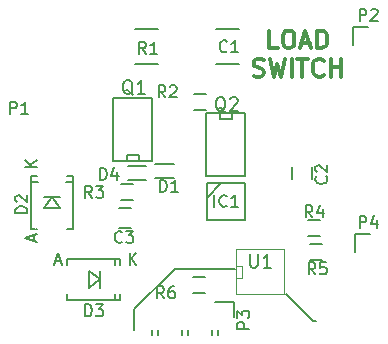
<source format=gto>
G04 #@! TF.FileFunction,Legend,Top*
%FSLAX46Y46*%
G04 Gerber Fmt 4.6, Leading zero omitted, Abs format (unit mm)*
G04 Created by KiCad (PCBNEW 0.201511171411+6319~30~ubuntu15.10.1-product) date Fr 04 Dez 2015 11:52:51 CET*
%MOMM*%
G01*
G04 APERTURE LIST*
%ADD10C,0.100000*%
%ADD11C,0.200000*%
%ADD12C,0.300000*%
%ADD13C,0.150000*%
%ADD14C,0.203200*%
%ADD15C,0.127000*%
%ADD16C,0.099060*%
%ADD17C,0.152400*%
G04 APERTURE END LIST*
D10*
D11*
X177292000Y-86106000D02*
X177546000Y-86106000D01*
X175006000Y-83820000D02*
X177292000Y-86106000D01*
X165608000Y-81661000D02*
X170688000Y-81661000D01*
X162179000Y-85090000D02*
X165608000Y-81661000D01*
X162179000Y-86868000D02*
X162179000Y-85090000D01*
D12*
X174307715Y-62978571D02*
X173593429Y-62978571D01*
X173593429Y-61478571D01*
X175093429Y-61478571D02*
X175379143Y-61478571D01*
X175522001Y-61550000D01*
X175664858Y-61692857D01*
X175736286Y-61978571D01*
X175736286Y-62478571D01*
X175664858Y-62764286D01*
X175522001Y-62907143D01*
X175379143Y-62978571D01*
X175093429Y-62978571D01*
X174950572Y-62907143D01*
X174807715Y-62764286D01*
X174736286Y-62478571D01*
X174736286Y-61978571D01*
X174807715Y-61692857D01*
X174950572Y-61550000D01*
X175093429Y-61478571D01*
X176307715Y-62550000D02*
X177022001Y-62550000D01*
X176164858Y-62978571D02*
X176664858Y-61478571D01*
X177164858Y-62978571D01*
X177664858Y-62978571D02*
X177664858Y-61478571D01*
X178022001Y-61478571D01*
X178236286Y-61550000D01*
X178379144Y-61692857D01*
X178450572Y-61835714D01*
X178522001Y-62121429D01*
X178522001Y-62335714D01*
X178450572Y-62621429D01*
X178379144Y-62764286D01*
X178236286Y-62907143D01*
X178022001Y-62978571D01*
X177664858Y-62978571D01*
X172272000Y-65307143D02*
X172486286Y-65378571D01*
X172843429Y-65378571D01*
X172986286Y-65307143D01*
X173057715Y-65235714D01*
X173129143Y-65092857D01*
X173129143Y-64950000D01*
X173057715Y-64807143D01*
X172986286Y-64735714D01*
X172843429Y-64664286D01*
X172557715Y-64592857D01*
X172414857Y-64521429D01*
X172343429Y-64450000D01*
X172272000Y-64307143D01*
X172272000Y-64164286D01*
X172343429Y-64021429D01*
X172414857Y-63950000D01*
X172557715Y-63878571D01*
X172914857Y-63878571D01*
X173129143Y-63950000D01*
X173629143Y-63878571D02*
X173986286Y-65378571D01*
X174272000Y-64307143D01*
X174557714Y-65378571D01*
X174914857Y-63878571D01*
X175486286Y-65378571D02*
X175486286Y-63878571D01*
X175986286Y-63878571D02*
X176843429Y-63878571D01*
X176414858Y-65378571D02*
X176414858Y-63878571D01*
X178200572Y-65235714D02*
X178129143Y-65307143D01*
X177914857Y-65378571D01*
X177772000Y-65378571D01*
X177557715Y-65307143D01*
X177414857Y-65164286D01*
X177343429Y-65021429D01*
X177272000Y-64735714D01*
X177272000Y-64521429D01*
X177343429Y-64235714D01*
X177414857Y-64092857D01*
X177557715Y-63950000D01*
X177772000Y-63878571D01*
X177914857Y-63878571D01*
X178129143Y-63950000D01*
X178200572Y-64021429D01*
X178843429Y-65378571D02*
X178843429Y-63878571D01*
X178843429Y-64592857D02*
X179700572Y-64592857D01*
X179700572Y-65378571D02*
X179700572Y-63878571D01*
D13*
X170587000Y-84425000D02*
X169037000Y-84425000D01*
X170587000Y-85725000D02*
X170587000Y-84425000D01*
X169291000Y-87249000D02*
X169291000Y-86868000D01*
X168783000Y-87249000D02*
X168783000Y-86868000D01*
X166751000Y-87249000D02*
X166751000Y-86868000D01*
X166243000Y-87249000D02*
X166243000Y-86868000D01*
X164211000Y-87249000D02*
X164211000Y-86868000D01*
X163703000Y-87249000D02*
X163703000Y-86868000D01*
X180691000Y-61188000D02*
X180691000Y-62738000D01*
X181991000Y-61188000D02*
X180691000Y-61188000D01*
X180818000Y-78714000D02*
X180818000Y-80264000D01*
X182118000Y-78714000D02*
X180818000Y-78714000D01*
X159249580Y-82550000D02*
X158299620Y-83251040D01*
X158299620Y-83251040D02*
X158299620Y-81848960D01*
X158299620Y-81848960D02*
X159249580Y-82550000D01*
X159249580Y-83251040D02*
X159249580Y-81848960D01*
X161000440Y-81150460D02*
X161000440Y-81300320D01*
X161000440Y-83949540D02*
X161000440Y-83799680D01*
X160549140Y-81150460D02*
X160549140Y-81351120D01*
X156499560Y-81201260D02*
X156499560Y-81300320D01*
X160549140Y-83898740D02*
X160549140Y-83748880D01*
X156499560Y-83949540D02*
X156499560Y-83799680D01*
X160549140Y-80799940D02*
X160549140Y-81150460D01*
X160549140Y-84300060D02*
X160549140Y-83949540D01*
X156499560Y-80799940D02*
X156499560Y-81150460D01*
X161000440Y-80799940D02*
X161000440Y-81150460D01*
X161000440Y-84300060D02*
X161000440Y-83949540D01*
X156499560Y-84300060D02*
X156499560Y-83949540D01*
X161000440Y-80799940D02*
X156499560Y-80799940D01*
X161000440Y-84300060D02*
X156499560Y-84300060D01*
X155194000Y-75573420D02*
X155895040Y-76523380D01*
X155895040Y-76523380D02*
X154492960Y-76523380D01*
X154492960Y-76523380D02*
X155194000Y-75573420D01*
X155895040Y-75573420D02*
X154492960Y-75573420D01*
X153794460Y-73822560D02*
X153944320Y-73822560D01*
X156593540Y-73822560D02*
X156443680Y-73822560D01*
X153794460Y-74273860D02*
X153995120Y-74273860D01*
X153845260Y-78323440D02*
X153944320Y-78323440D01*
X156542740Y-74273860D02*
X156392880Y-74273860D01*
X156593540Y-78323440D02*
X156443680Y-78323440D01*
X153443940Y-74273860D02*
X153794460Y-74273860D01*
X156944060Y-74273860D02*
X156593540Y-74273860D01*
X153443940Y-78323440D02*
X153794460Y-78323440D01*
X153443940Y-73822560D02*
X153794460Y-73822560D01*
X156944060Y-73822560D02*
X156593540Y-73822560D01*
X156944060Y-78323440D02*
X156593540Y-78323440D01*
X153443940Y-73822560D02*
X153443940Y-78323440D01*
X156944060Y-73822560D02*
X156944060Y-78323440D01*
X169053000Y-64340000D02*
X171053000Y-64340000D01*
X171053000Y-61390000D02*
X169053000Y-61390000D01*
X177253000Y-74033000D02*
X177253000Y-73033000D01*
X175553000Y-73033000D02*
X175553000Y-74033000D01*
X161917000Y-76493000D02*
X160917000Y-76493000D01*
X160917000Y-78193000D02*
X161917000Y-78193000D01*
X165500000Y-72806000D02*
X163950000Y-72806000D01*
X165500000Y-74006000D02*
X163950000Y-74006000D01*
X161652000Y-74133000D02*
X163202000Y-74133000D01*
X161652000Y-72933000D02*
X163202000Y-72933000D01*
D14*
X168338500Y-75628500D02*
X169545000Y-74358500D01*
X168338500Y-74358500D02*
X168338500Y-77533500D01*
X168338500Y-77533500D02*
X171513500Y-77533500D01*
X171513500Y-77533500D02*
X171513500Y-74358500D01*
X171513500Y-74358500D02*
X168338500Y-74358500D01*
D13*
X162195000Y-61390000D02*
X164195000Y-61390000D01*
X164195000Y-64340000D02*
X162195000Y-64340000D01*
D15*
X163703000Y-67149980D02*
X163703000Y-72499220D01*
X160401000Y-72499220D02*
X160401000Y-67149980D01*
X160401000Y-67149980D02*
X163703000Y-67149980D01*
X160401000Y-72499220D02*
X163703000Y-72499220D01*
X161544000Y-72517000D02*
X161544000Y-72009000D01*
X161544000Y-72009000D02*
X162560000Y-72009000D01*
X162560000Y-72009000D02*
X162560000Y-72517000D01*
X168275000Y-73820020D02*
X168275000Y-68470780D01*
X171577000Y-68470780D02*
X171577000Y-73820020D01*
X171577000Y-73820020D02*
X168275000Y-73820020D01*
X171577000Y-68470780D02*
X168275000Y-68470780D01*
X170434000Y-68453000D02*
X170434000Y-68961000D01*
X170434000Y-68961000D02*
X169418000Y-68961000D01*
X169418000Y-68961000D02*
X169418000Y-68453000D01*
D13*
X168267000Y-68239000D02*
X167267000Y-68239000D01*
X167267000Y-66889000D02*
X168267000Y-66889000D01*
X162044000Y-75859000D02*
X161044000Y-75859000D01*
X161044000Y-74509000D02*
X162044000Y-74509000D01*
X176919000Y-77557000D02*
X177919000Y-77557000D01*
X177919000Y-78907000D02*
X176919000Y-78907000D01*
X178046000Y-80939000D02*
X177046000Y-80939000D01*
X177046000Y-79589000D02*
X178046000Y-79589000D01*
X168140000Y-83733000D02*
X167140000Y-83733000D01*
X167140000Y-82383000D02*
X168140000Y-82383000D01*
D16*
X170815000Y-83820000D02*
X174879000Y-83820000D01*
X170815000Y-80010000D02*
X174879000Y-80010000D01*
X174879000Y-80010000D02*
X174879000Y-83820000D01*
X170815000Y-83693000D02*
X170815000Y-83820000D01*
X170815000Y-80010000D02*
X170815000Y-83693000D01*
X170815000Y-81407000D02*
X171323000Y-81407000D01*
X171323000Y-81407000D02*
X171323000Y-82423000D01*
X171323000Y-82423000D02*
X170815000Y-82423000D01*
D13*
X171902381Y-86717095D02*
X170902381Y-86717095D01*
X170902381Y-86336142D01*
X170950000Y-86240904D01*
X170997619Y-86193285D01*
X171092857Y-86145666D01*
X171235714Y-86145666D01*
X171330952Y-86193285D01*
X171378571Y-86240904D01*
X171426190Y-86336142D01*
X171426190Y-86717095D01*
X170902381Y-85812333D02*
X170902381Y-85193285D01*
X171283333Y-85526619D01*
X171283333Y-85383761D01*
X171330952Y-85288523D01*
X171378571Y-85240904D01*
X171473810Y-85193285D01*
X171711905Y-85193285D01*
X171807143Y-85240904D01*
X171854762Y-85288523D01*
X171902381Y-85383761D01*
X171902381Y-85669476D01*
X171854762Y-85764714D01*
X171807143Y-85812333D01*
X181252905Y-60650381D02*
X181252905Y-59650381D01*
X181633858Y-59650381D01*
X181729096Y-59698000D01*
X181776715Y-59745619D01*
X181824334Y-59840857D01*
X181824334Y-59983714D01*
X181776715Y-60078952D01*
X181729096Y-60126571D01*
X181633858Y-60174190D01*
X181252905Y-60174190D01*
X182205286Y-59745619D02*
X182252905Y-59698000D01*
X182348143Y-59650381D01*
X182586239Y-59650381D01*
X182681477Y-59698000D01*
X182729096Y-59745619D01*
X182776715Y-59840857D01*
X182776715Y-59936095D01*
X182729096Y-60078952D01*
X182157667Y-60650381D01*
X182776715Y-60650381D01*
X151661905Y-68524381D02*
X151661905Y-67524381D01*
X152042858Y-67524381D01*
X152138096Y-67572000D01*
X152185715Y-67619619D01*
X152233334Y-67714857D01*
X152233334Y-67857714D01*
X152185715Y-67952952D01*
X152138096Y-68000571D01*
X152042858Y-68048190D01*
X151661905Y-68048190D01*
X153185715Y-68524381D02*
X152614286Y-68524381D01*
X152900000Y-68524381D02*
X152900000Y-67524381D01*
X152804762Y-67667238D01*
X152709524Y-67762476D01*
X152614286Y-67810095D01*
X181252905Y-78176381D02*
X181252905Y-77176381D01*
X181633858Y-77176381D01*
X181729096Y-77224000D01*
X181776715Y-77271619D01*
X181824334Y-77366857D01*
X181824334Y-77509714D01*
X181776715Y-77604952D01*
X181729096Y-77652571D01*
X181633858Y-77700190D01*
X181252905Y-77700190D01*
X182681477Y-77509714D02*
X182681477Y-78176381D01*
X182443381Y-77128762D02*
X182205286Y-77843048D01*
X182824334Y-77843048D01*
X158011905Y-85669381D02*
X158011905Y-84669381D01*
X158250000Y-84669381D01*
X158392858Y-84717000D01*
X158488096Y-84812238D01*
X158535715Y-84907476D01*
X158583334Y-85097952D01*
X158583334Y-85240810D01*
X158535715Y-85431286D01*
X158488096Y-85526524D01*
X158392858Y-85621762D01*
X158250000Y-85669381D01*
X158011905Y-85669381D01*
X158916667Y-84669381D02*
X159535715Y-84669381D01*
X159202381Y-85050333D01*
X159345239Y-85050333D01*
X159440477Y-85097952D01*
X159488096Y-85145571D01*
X159535715Y-85240810D01*
X159535715Y-85478905D01*
X159488096Y-85574143D01*
X159440477Y-85621762D01*
X159345239Y-85669381D01*
X159059524Y-85669381D01*
X158964286Y-85621762D01*
X158916667Y-85574143D01*
X161788095Y-81302381D02*
X161788095Y-80302381D01*
X162359524Y-81302381D02*
X161930952Y-80730952D01*
X162359524Y-80302381D02*
X161788095Y-80873810D01*
X155512165Y-81017407D02*
X155988356Y-81017407D01*
X155416927Y-81303121D02*
X155750260Y-80303121D01*
X156083594Y-81303121D01*
X153106381Y-76938095D02*
X152106381Y-76938095D01*
X152106381Y-76700000D01*
X152154000Y-76557142D01*
X152249238Y-76461904D01*
X152344476Y-76414285D01*
X152534952Y-76366666D01*
X152677810Y-76366666D01*
X152868286Y-76414285D01*
X152963524Y-76461904D01*
X153058762Y-76557142D01*
X153106381Y-76700000D01*
X153106381Y-76938095D01*
X152201619Y-75985714D02*
X152154000Y-75938095D01*
X152106381Y-75842857D01*
X152106381Y-75604761D01*
X152154000Y-75509523D01*
X152201619Y-75461904D01*
X152296857Y-75414285D01*
X152392095Y-75414285D01*
X152534952Y-75461904D01*
X153106381Y-76033333D01*
X153106381Y-75414285D01*
X153946381Y-73034905D02*
X152946381Y-73034905D01*
X153946381Y-72463476D02*
X153374952Y-72892048D01*
X152946381Y-72463476D02*
X153517810Y-73034905D01*
X153661407Y-79310835D02*
X153661407Y-78834644D01*
X153947121Y-79406073D02*
X152947121Y-79072740D01*
X153947121Y-78739406D01*
X170013334Y-63222143D02*
X169965715Y-63269762D01*
X169822858Y-63317381D01*
X169727620Y-63317381D01*
X169584762Y-63269762D01*
X169489524Y-63174524D01*
X169441905Y-63079286D01*
X169394286Y-62888810D01*
X169394286Y-62745952D01*
X169441905Y-62555476D01*
X169489524Y-62460238D01*
X169584762Y-62365000D01*
X169727620Y-62317381D01*
X169822858Y-62317381D01*
X169965715Y-62365000D01*
X170013334Y-62412619D01*
X170965715Y-63317381D02*
X170394286Y-63317381D01*
X170680000Y-63317381D02*
X170680000Y-62317381D01*
X170584762Y-62460238D01*
X170489524Y-62555476D01*
X170394286Y-62603095D01*
X178411143Y-73826666D02*
X178458762Y-73874285D01*
X178506381Y-74017142D01*
X178506381Y-74112380D01*
X178458762Y-74255238D01*
X178363524Y-74350476D01*
X178268286Y-74398095D01*
X178077810Y-74445714D01*
X177934952Y-74445714D01*
X177744476Y-74398095D01*
X177649238Y-74350476D01*
X177554000Y-74255238D01*
X177506381Y-74112380D01*
X177506381Y-74017142D01*
X177554000Y-73874285D01*
X177601619Y-73826666D01*
X177601619Y-73445714D02*
X177554000Y-73398095D01*
X177506381Y-73302857D01*
X177506381Y-73064761D01*
X177554000Y-72969523D01*
X177601619Y-72921904D01*
X177696857Y-72874285D01*
X177792095Y-72874285D01*
X177934952Y-72921904D01*
X178506381Y-73493333D01*
X178506381Y-72874285D01*
X161123334Y-79351143D02*
X161075715Y-79398762D01*
X160932858Y-79446381D01*
X160837620Y-79446381D01*
X160694762Y-79398762D01*
X160599524Y-79303524D01*
X160551905Y-79208286D01*
X160504286Y-79017810D01*
X160504286Y-78874952D01*
X160551905Y-78684476D01*
X160599524Y-78589238D01*
X160694762Y-78494000D01*
X160837620Y-78446381D01*
X160932858Y-78446381D01*
X161075715Y-78494000D01*
X161123334Y-78541619D01*
X161456667Y-78446381D02*
X162075715Y-78446381D01*
X161742381Y-78827333D01*
X161885239Y-78827333D01*
X161980477Y-78874952D01*
X162028096Y-78922571D01*
X162075715Y-79017810D01*
X162075715Y-79255905D01*
X162028096Y-79351143D01*
X161980477Y-79398762D01*
X161885239Y-79446381D01*
X161599524Y-79446381D01*
X161504286Y-79398762D01*
X161456667Y-79351143D01*
X164361905Y-75128381D02*
X164361905Y-74128381D01*
X164600000Y-74128381D01*
X164742858Y-74176000D01*
X164838096Y-74271238D01*
X164885715Y-74366476D01*
X164933334Y-74556952D01*
X164933334Y-74699810D01*
X164885715Y-74890286D01*
X164838096Y-74985524D01*
X164742858Y-75080762D01*
X164600000Y-75128381D01*
X164361905Y-75128381D01*
X165885715Y-75128381D02*
X165314286Y-75128381D01*
X165600000Y-75128381D02*
X165600000Y-74128381D01*
X165504762Y-74271238D01*
X165409524Y-74366476D01*
X165314286Y-74414095D01*
X159281905Y-74112381D02*
X159281905Y-73112381D01*
X159520000Y-73112381D01*
X159662858Y-73160000D01*
X159758096Y-73255238D01*
X159805715Y-73350476D01*
X159853334Y-73540952D01*
X159853334Y-73683810D01*
X159805715Y-73874286D01*
X159758096Y-73969524D01*
X159662858Y-74064762D01*
X159520000Y-74112381D01*
X159281905Y-74112381D01*
X160710477Y-73445714D02*
X160710477Y-74112381D01*
X160472381Y-73064762D02*
X160234286Y-73779048D01*
X160853334Y-73779048D01*
D17*
X168949068Y-76398725D02*
X168949068Y-75397965D01*
X169997483Y-76303414D02*
X169949828Y-76351070D01*
X169806862Y-76398725D01*
X169711552Y-76398725D01*
X169568586Y-76351070D01*
X169473275Y-76255759D01*
X169425620Y-76160449D01*
X169377965Y-75969828D01*
X169377965Y-75826862D01*
X169425620Y-75636241D01*
X169473275Y-75540930D01*
X169568586Y-75445620D01*
X169711552Y-75397965D01*
X169806862Y-75397965D01*
X169949828Y-75445620D01*
X169997483Y-75493275D01*
X170950588Y-76398725D02*
X170378725Y-76398725D01*
X170664656Y-76398725D02*
X170664656Y-75397965D01*
X170569346Y-75540930D01*
X170474035Y-75636241D01*
X170378725Y-75683896D01*
D13*
X163155334Y-63444381D02*
X162822000Y-62968190D01*
X162583905Y-63444381D02*
X162583905Y-62444381D01*
X162964858Y-62444381D01*
X163060096Y-62492000D01*
X163107715Y-62539619D01*
X163155334Y-62634857D01*
X163155334Y-62777714D01*
X163107715Y-62872952D01*
X163060096Y-62920571D01*
X162964858Y-62968190D01*
X162583905Y-62968190D01*
X164107715Y-63444381D02*
X163536286Y-63444381D01*
X163822000Y-63444381D02*
X163822000Y-62444381D01*
X163726762Y-62587238D01*
X163631524Y-62682476D01*
X163536286Y-62730095D01*
D17*
X162070143Y-66919929D02*
X161961286Y-66865500D01*
X161852429Y-66756643D01*
X161689143Y-66593357D01*
X161580286Y-66538929D01*
X161471429Y-66538929D01*
X161525857Y-66811071D02*
X161417000Y-66756643D01*
X161308143Y-66647786D01*
X161253714Y-66430071D01*
X161253714Y-66049071D01*
X161308143Y-65831357D01*
X161417000Y-65722500D01*
X161525857Y-65668071D01*
X161743571Y-65668071D01*
X161852429Y-65722500D01*
X161961286Y-65831357D01*
X162015714Y-66049071D01*
X162015714Y-66430071D01*
X161961286Y-66647786D01*
X161852429Y-66756643D01*
X161743571Y-66811071D01*
X161525857Y-66811071D01*
X163104286Y-66811071D02*
X162451143Y-66811071D01*
X162777715Y-66811071D02*
X162777715Y-65668071D01*
X162668858Y-65831357D01*
X162560000Y-65940214D01*
X162451143Y-65994643D01*
X169916203Y-68395669D02*
X169807346Y-68341240D01*
X169698489Y-68232383D01*
X169535203Y-68069097D01*
X169426346Y-68014669D01*
X169317489Y-68014669D01*
X169371917Y-68286811D02*
X169263060Y-68232383D01*
X169154203Y-68123526D01*
X169099774Y-67905811D01*
X169099774Y-67524811D01*
X169154203Y-67307097D01*
X169263060Y-67198240D01*
X169371917Y-67143811D01*
X169589631Y-67143811D01*
X169698489Y-67198240D01*
X169807346Y-67307097D01*
X169861774Y-67524811D01*
X169861774Y-67905811D01*
X169807346Y-68123526D01*
X169698489Y-68232383D01*
X169589631Y-68286811D01*
X169371917Y-68286811D01*
X170297203Y-67252669D02*
X170351632Y-67198240D01*
X170460489Y-67143811D01*
X170732632Y-67143811D01*
X170841489Y-67198240D01*
X170895918Y-67252669D01*
X170950346Y-67361526D01*
X170950346Y-67470383D01*
X170895918Y-67633669D01*
X170242775Y-68286811D01*
X170950346Y-68286811D01*
D13*
X164806334Y-67127381D02*
X164473000Y-66651190D01*
X164234905Y-67127381D02*
X164234905Y-66127381D01*
X164615858Y-66127381D01*
X164711096Y-66175000D01*
X164758715Y-66222619D01*
X164806334Y-66317857D01*
X164806334Y-66460714D01*
X164758715Y-66555952D01*
X164711096Y-66603571D01*
X164615858Y-66651190D01*
X164234905Y-66651190D01*
X165187286Y-66222619D02*
X165234905Y-66175000D01*
X165330143Y-66127381D01*
X165568239Y-66127381D01*
X165663477Y-66175000D01*
X165711096Y-66222619D01*
X165758715Y-66317857D01*
X165758715Y-66413095D01*
X165711096Y-66555952D01*
X165139667Y-67127381D01*
X165758715Y-67127381D01*
X158583334Y-75636381D02*
X158250000Y-75160190D01*
X158011905Y-75636381D02*
X158011905Y-74636381D01*
X158392858Y-74636381D01*
X158488096Y-74684000D01*
X158535715Y-74731619D01*
X158583334Y-74826857D01*
X158583334Y-74969714D01*
X158535715Y-75064952D01*
X158488096Y-75112571D01*
X158392858Y-75160190D01*
X158011905Y-75160190D01*
X158916667Y-74636381D02*
X159535715Y-74636381D01*
X159202381Y-75017333D01*
X159345239Y-75017333D01*
X159440477Y-75064952D01*
X159488096Y-75112571D01*
X159535715Y-75207810D01*
X159535715Y-75445905D01*
X159488096Y-75541143D01*
X159440477Y-75588762D01*
X159345239Y-75636381D01*
X159059524Y-75636381D01*
X158964286Y-75588762D01*
X158916667Y-75541143D01*
X177252334Y-77287381D02*
X176919000Y-76811190D01*
X176680905Y-77287381D02*
X176680905Y-76287381D01*
X177061858Y-76287381D01*
X177157096Y-76335000D01*
X177204715Y-76382619D01*
X177252334Y-76477857D01*
X177252334Y-76620714D01*
X177204715Y-76715952D01*
X177157096Y-76763571D01*
X177061858Y-76811190D01*
X176680905Y-76811190D01*
X178109477Y-76620714D02*
X178109477Y-77287381D01*
X177871381Y-76239762D02*
X177633286Y-76954048D01*
X178252334Y-76954048D01*
X177506334Y-82113381D02*
X177173000Y-81637190D01*
X176934905Y-82113381D02*
X176934905Y-81113381D01*
X177315858Y-81113381D01*
X177411096Y-81161000D01*
X177458715Y-81208619D01*
X177506334Y-81303857D01*
X177506334Y-81446714D01*
X177458715Y-81541952D01*
X177411096Y-81589571D01*
X177315858Y-81637190D01*
X176934905Y-81637190D01*
X178411096Y-81113381D02*
X177934905Y-81113381D01*
X177887286Y-81589571D01*
X177934905Y-81541952D01*
X178030143Y-81494333D01*
X178268239Y-81494333D01*
X178363477Y-81541952D01*
X178411096Y-81589571D01*
X178458715Y-81684810D01*
X178458715Y-81922905D01*
X178411096Y-82018143D01*
X178363477Y-82065762D01*
X178268239Y-82113381D01*
X178030143Y-82113381D01*
X177934905Y-82065762D01*
X177887286Y-82018143D01*
X164679334Y-84145381D02*
X164346000Y-83669190D01*
X164107905Y-84145381D02*
X164107905Y-83145381D01*
X164488858Y-83145381D01*
X164584096Y-83193000D01*
X164631715Y-83240619D01*
X164679334Y-83335857D01*
X164679334Y-83478714D01*
X164631715Y-83573952D01*
X164584096Y-83621571D01*
X164488858Y-83669190D01*
X164107905Y-83669190D01*
X165536477Y-83145381D02*
X165346000Y-83145381D01*
X165250762Y-83193000D01*
X165203143Y-83240619D01*
X165107905Y-83383476D01*
X165060286Y-83573952D01*
X165060286Y-83954905D01*
X165107905Y-84050143D01*
X165155524Y-84097762D01*
X165250762Y-84145381D01*
X165441239Y-84145381D01*
X165536477Y-84097762D01*
X165584096Y-84050143D01*
X165631715Y-83954905D01*
X165631715Y-83716810D01*
X165584096Y-83621571D01*
X165536477Y-83573952D01*
X165441239Y-83526333D01*
X165250762Y-83526333D01*
X165155524Y-83573952D01*
X165107905Y-83621571D01*
X165060286Y-83716810D01*
D17*
X171976143Y-80400071D02*
X171976143Y-81325357D01*
X172030571Y-81434214D01*
X172085000Y-81488643D01*
X172193857Y-81543071D01*
X172411571Y-81543071D01*
X172520429Y-81488643D01*
X172574857Y-81434214D01*
X172629286Y-81325357D01*
X172629286Y-80400071D01*
X173772286Y-81543071D02*
X173119143Y-81543071D01*
X173445715Y-81543071D02*
X173445715Y-80400071D01*
X173336858Y-80563357D01*
X173228000Y-80672214D01*
X173119143Y-80726643D01*
M02*

</source>
